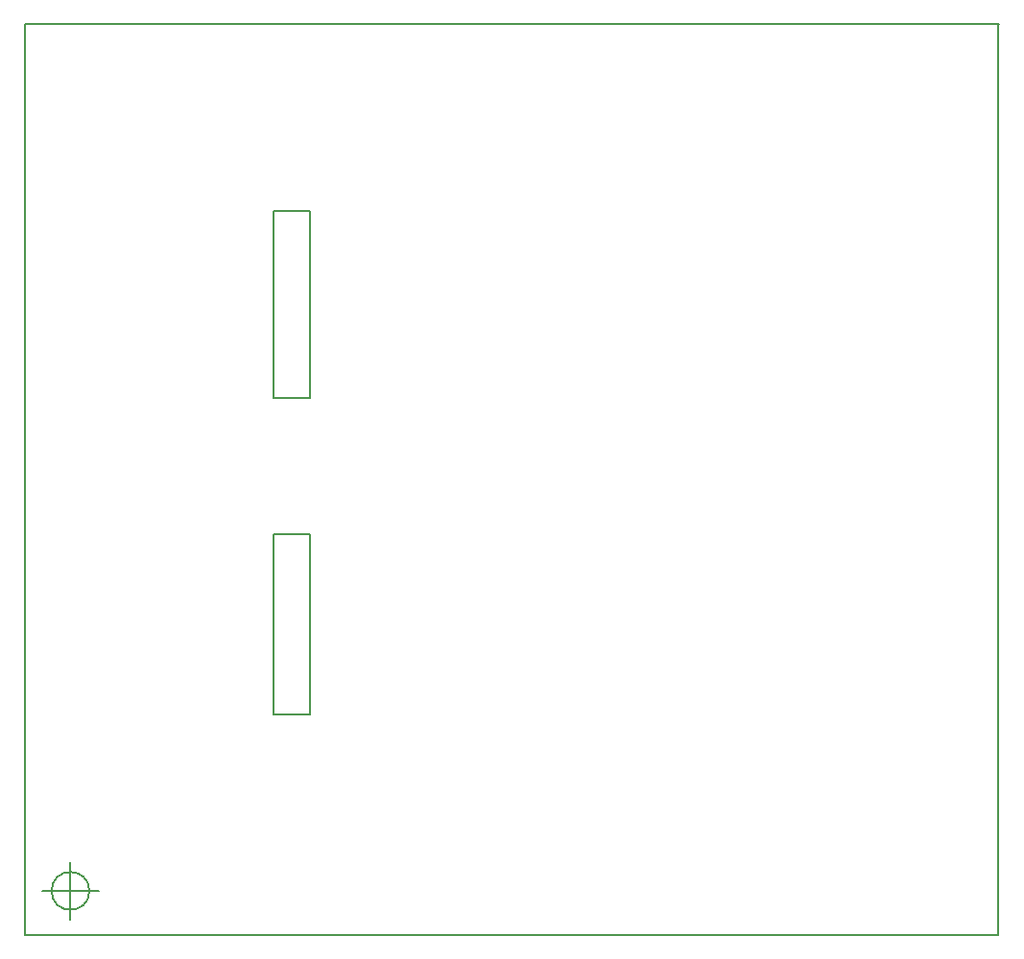
<source format=gbr>
G04 #@! TF.GenerationSoftware,KiCad,Pcbnew,(5.1.5)-3*
G04 #@! TF.CreationDate,2021-04-17T16:45:16-03:00*
G04 #@! TF.ProjectId,PonchoBiopotenciales,506f6e63-686f-4426-996f-706f74656e63,1.0*
G04 #@! TF.SameCoordinates,Original*
G04 #@! TF.FileFunction,Paste,Bot*
G04 #@! TF.FilePolarity,Positive*
%FSLAX46Y46*%
G04 Gerber Fmt 4.6, Leading zero omitted, Abs format (unit mm)*
G04 Created by KiCad (PCBNEW (5.1.5)-3) date 2021-04-17 16:45:16*
%MOMM*%
%LPD*%
G04 APERTURE LIST*
%ADD10C,0.150000*%
G04 APERTURE END LIST*
D10*
X125095000Y-84455000D02*
X121920000Y-84455000D01*
X125095000Y-100965000D02*
X125095000Y-84455000D01*
X121920000Y-100965000D02*
X125095000Y-100965000D01*
X121920000Y-98425000D02*
X121920000Y-100965000D01*
X121920000Y-84455000D02*
X121920000Y-98425000D01*
X125095000Y-113030000D02*
X121920000Y-113030000D01*
X125095000Y-128905000D02*
X125095000Y-113030000D01*
X124460000Y-128905000D02*
X125095000Y-128905000D01*
X121920000Y-128905000D02*
X124460000Y-128905000D01*
X121920000Y-113030000D02*
X121920000Y-128905000D01*
X105666666Y-144500000D02*
G75*
G03X105666666Y-144500000I-1666666J0D01*
G01*
X101500000Y-144500000D02*
X106500000Y-144500000D01*
X104000000Y-142000000D02*
X104000000Y-147000000D01*
X100015000Y-67920000D02*
X185880000Y-67920000D01*
X100015000Y-67920000D02*
X100015000Y-148420000D01*
X185875000Y-148420000D02*
X185875000Y-67920000D01*
X100010000Y-148420000D02*
X185875000Y-148420000D01*
M02*

</source>
